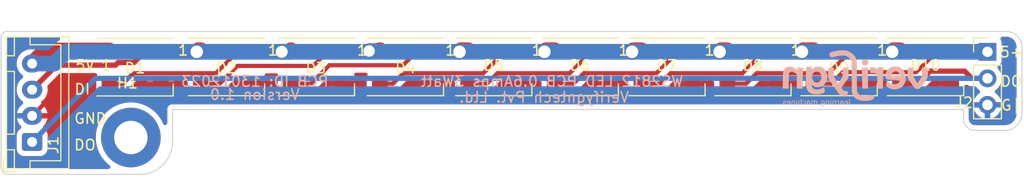
<source format=kicad_pcb>
(kicad_pcb (version 20211014) (generator pcbnew)
  (layers (0 "F.Cu" signal) (31 "B.Cu" signal) (34 "B.Paste" user) (35 "F.Paste" user) (36 "B.SilkS" user "B.Silkscreen") (37 "F.SilkS" user "F.Silkscreen") (38 "B.Mask" user) (39 "F.Mask" user) (44 "Edge.Cuts" user))
  (net 0 "")
  (net 1 "+5V")
  (net 2 "Net-(D1-Pad2)")
  (net 3 "GND")
  (net 4 "DIN")
  (net 5 "Net-(D2-Pad2)")
  (net 6 "Net-(D3-Pad2)")
  (net 7 "Net-(D4-Pad2)")
  (net 8 "Net-(D5-Pad2)")
  (net 9 "Net-(D6-Pad2)")
  (net 10 "Net-(D7-Pad2)")
  (net 11 "Net-(D8-Pad2)")
  (net 12 "Net-(D10-Pad4)")
  (net 13 "DOUT")
  (footprint "LED_SMD:LED_WS2812B_PLCC4_5.0x5.0mm_P3.2mm" (layer "F.Cu") (at 104.95 112.925)
    (fp_text reference "D3" (at -0.048 0.105) (layer "F.SilkS"))
    (fp_text value "WS2812B")
    (fp_text user "1" (at -4.15 -1.6) (layer "F.SilkS"))
    (pad "1" smd rect (at -2.45 -1.6) (size 1.5 1) (layers "F.Cu" "F.Paste" "F.Mask") (net 1 "+5V"))
    (pad "2" smd rect (at -2.45 1.6) (size 1.5 1) (layers "F.Cu" "F.Paste" "F.Mask") (net 6 "Net-(D3-Pad2)"))
    (pad "3" smd rect (at 2.45 1.6) (size 1.5 1) (layers "F.Cu" "F.Paste" "F.Mask") (net 3 "GND"))
    (pad "4" smd rect (at 2.45 -1.6) (size 1.5 1) (layers "F.Cu" "F.Paste" "F.Mask") (net 5 "Net-(D2-Pad2)"))
  )
  (footprint "LED_SMD:LED_WS2812B_PLCC4_5.0x5.0mm_P3.2mm" (layer "F.Cu") (at 121.925 112.925)
    (fp_text reference "D5" (at -0.005 -0.149) (layer "F.SilkS"))
    (fp_text value "WS2812B")
    (fp_text user "1" (at -4.15 -1.6) (layer "F.SilkS"))
    (pad "1" smd rect (at -2.45 -1.6) (size 1.5 1) (layers "F.Cu" "F.Paste" "F.Mask") (net 1 "+5V"))
    (pad "2" smd rect (at -2.45 1.6) (size 1.5 1) (layers "F.Cu" "F.Paste" "F.Mask") (net 8 "Net-(D5-Pad2)"))
    (pad "3" smd rect (at 2.45 1.6) (size 1.5 1) (layers "F.Cu" "F.Paste" "F.Mask") (net 3 "GND"))
    (pad "4" smd rect (at 2.45 -1.6) (size 1.5 1) (layers "F.Cu" "F.Paste" "F.Mask") (net 7 "Net-(D4-Pad2)"))
  )
  (footprint "LED_SMD:LED_WS2812B_PLCC4_5.0x5.0mm_P3.2mm" (layer "F.Cu") (at 130.2 112.925)
    (fp_text reference "D6" (at 0 -0.149) (layer "F.SilkS"))
    (fp_text value "WS2812B")
    (fp_text user "1" (at -4.15 -1.6) (layer "F.SilkS"))
    (pad "1" smd rect (at -2.45 -1.6) (size 1.5 1) (layers "F.Cu" "F.Paste" "F.Mask") (net 1 "+5V"))
    (pad "2" smd rect (at -2.45 1.6) (size 1.5 1) (layers "F.Cu" "F.Paste" "F.Mask") (net 9 "Net-(D6-Pad2)"))
    (pad "3" smd rect (at 2.45 1.6) (size 1.5 1) (layers "F.Cu" "F.Paste" "F.Mask") (net 3 "GND"))
    (pad "4" smd rect (at 2.45 -1.6) (size 1.5 1) (layers "F.Cu" "F.Paste" "F.Mask") (net 8 "Net-(D5-Pad2)"))
  )
  (footprint "Connector_PinHeader_2.54mm:PinHeader_1x03_P2.54mm_Vertical" (layer "F.Cu") (at 169.175 111.475)
    (fp_text reference "J2" (at -2.260397 4.869725) (layer "F.SilkS"))
    (fp_text value "Conn_01x03_Male")
    (pad "1" thru_hole rect (at 0 0) (size 1.7 1.7) (drill 1) (layers *.Cu *.Mask) (net 1 "+5V"))
    (pad "2" thru_hole oval (at 0 2.54) (size 1.7 1.7) (drill 1) (layers *.Cu *.Mask) (net 13 "DOUT"))
    (pad "3" thru_hole oval (at 0 5.08) (size 1.7 1.7) (drill 1) (layers *.Cu *.Mask) (net 3 "GND"))
  )
  (footprint "LED_SMD:LED_WS2812B_PLCC4_5.0x5.0mm_P3.2mm" (layer "F.Cu") (at 163.25 112.925)
    (fp_text reference "D10" (at 0 -0.149) (layer "F.SilkS"))
    (fp_text value "WS2812B")
    (fp_text user "1" (at -4.15 -1.6) (layer "F.SilkS"))
    (pad "1" smd rect (at -2.45 -1.6) (size 1.5 1) (layers "F.Cu" "F.Paste" "F.Mask") (net 1 "+5V"))
    (pad "2" smd rect (at -2.45 1.6) (size 1.5 1) (layers "F.Cu" "F.Paste" "F.Mask") (net 13 "DOUT"))
    (pad "3" smd rect (at 2.45 1.6) (size 1.5 1) (layers "F.Cu" "F.Paste" "F.Mask") (net 3 "GND"))
    (pad "4" smd rect (at 2.45 -1.6) (size 1.5 1) (layers "F.Cu" "F.Paste" "F.Mask") (net 12 "Net-(D10-Pad4)"))
  )
  (footprint "MountingHole:MountingHole_3.2mm_M3_ISO7380_Pad" (layer "F.Cu") (at 87.2 119.675)
    (fp_text reference "H1" (at -0.325 -5.2) (layer "F.SilkS"))
    (fp_text value "MountingHole_Pad")
    (pad "1" thru_hole circle (at 0 0) (size 5.7 5.7) (drill 3.2) (layers *.Cu *.Mask))
  )
  (footprint "Connector_JST:JST_XH_B4B-XH-A_1x04_P2.50mm_Vertical" (layer "F.Cu") (at 77.75 120.1 90)
    (fp_text reference "J1" (at -0.296 2.006 90) (layer "F.SilkS"))
    (fp_text value "Conn_01x04_Female")
    (pad "1" thru_hole roundrect (at 0 0 90) (size 1.7 1.95) (drill 0.95) (layers *.Cu *.Mask) (roundrect_rratio 0.1470588235) (net 13 "DOUT"))
    (pad "2" thru_hole oval (at 2.5 0 90) (size 1.7 1.95) (drill 0.95) (layers *.Cu *.Mask) (net 3 "GND"))
    (pad "3" thru_hole oval (at 5 0 90) (size 1.7 1.95) (drill 0.95) (layers *.Cu *.Mask) (net 4 "DIN"))
    (pad "4" thru_hole oval (at 7.5 0 90) (size 1.7 1.95) (drill 0.95) (layers *.Cu *.Mask) (net 1 "+5V"))
  )
  (footprint "LED_SMD:LED_WS2812B_PLCC4_5.0x5.0mm_P3.2mm" (layer "F.Cu") (at 96.35 112.925)
    (fp_text reference "D2" (at 0 0.105) (layer "F.SilkS"))
    (fp_text value "WS2812B")
    (fp_text user "1" (at -4.15 -1.6) (layer "F.SilkS"))
    (pad "1" smd rect (at -2.45 -1.6) (size 1.5 1) (layers "F.Cu" "F.Paste" "F.Mask") (net 1 "+5V"))
    (pad "2" smd rect (at -2.45 1.6) (size 1.5 1) (layers "F.Cu" "F.Paste" "F.Mask") (net 5 "Net-(D2-Pad2)"))
    (pad "3" smd rect (at 2.45 1.6) (size 1.5 1) (layers "F.Cu" "F.Paste" "F.Mask") (net 3 "GND"))
    (pad "4" smd rect (at 2.45 -1.6) (size 1.5 1) (layers "F.Cu" "F.Paste" "F.Mask") (net 2 "Net-(D1-Pad2)"))
  )
  (footprint "LED_SMD:LED_WS2812B_PLCC4_5.0x5.0mm_P3.2mm" (layer "F.Cu") (at 87.6 112.95)
    (fp_text reference "D1" (at 0 0.08) (layer "F.SilkS"))
    (fp_text value "WS2812B")
    (fp_text user "1" (at -2.764 -0.174) (layer "F.SilkS"))
    (pad "1" smd rect (at -2.45 -1.6) (size 1.5 1) (layers "F.Cu" "F.Paste" "F.Mask") (net 1 "+5V"))
    (pad "2" smd rect (at -2.45 1.6) (size 1.5 1) (layers "F.Cu" "F.Paste" "F.Mask") (net 2 "Net-(D1-Pad2)"))
    (pad "3" smd rect (at 2.45 1.6) (size 1.5 1) (layers "F.Cu" "F.Paste" "F.Mask") (net 3 "GND"))
    (pad "4" smd rect (at 2.45 -1.6) (size 1.5 1) (layers "F.Cu" "F.Paste" "F.Mask") (net 4 "DIN"))
  )
  (footprint "LED_SMD:LED_WS2812B_PLCC4_5.0x5.0mm_P3.2mm" (layer "F.Cu") (at 113.475 112.925)
    (fp_text reference "D4" (at 0 0.105) (layer "F.SilkS"))
    (fp_text value "WS2812B")
    (fp_text user "1" (at -4.15 -1.6) (layer "F.SilkS"))
    (pad "1" smd rect (at -2.45 -1.6) (size 1.5 1) (layers "F.Cu" "F.Paste" "F.Mask") (net 1 "+5V"))
    (pad "2" smd rect (at -2.45 1.6) (size 1.5 1) (layers "F.Cu" "F.Paste" "F.Mask") (net 7 "Net-(D4-Pad2)"))
    (pad "3" smd rect (at 2.45 1.6) (size 1.5 1) (layers "F.Cu" "F.Paste" "F.Mask") (net 3 "GND"))
    (pad "4" smd rect (at 2.45 -1.6) (size 1.5 1) (layers "F.Cu" "F.Paste" "F.Mask") (net 6 "Net-(D3-Pad2)"))
  )
  (footprint "LED_SMD:LED_WS2812B_PLCC4_5.0x5.0mm_P3.2mm" (layer "F.Cu") (at 138.5 112.925)
    (fp_text reference "D7" (at 0 -0.149) (layer "F.SilkS"))
    (fp_text value "WS2812B")
    (fp_text user "1" (at -4.15 -1.6) (layer "F.SilkS"))
    (pad "1" smd rect (at -2.45 -1.6) (size 1.5 1) (layers "F.Cu" "F.Paste" "F.Mask") (net 1 "+5V"))
    (pad "2" smd rect (at -2.45 1.6) (size 1.5 1) (layers "F.Cu" "F.Paste" "F.Mask") (net 10 "Net-(D7-Pad2)"))
    (pad "3" smd rect (at 2.45 1.6) (size 1.5 1) (layers "F.Cu" "F.Paste" "F.Mask") (net 3 "GND"))
    (pad "4" smd rect (at 2.45 -1.6) (size 1.5 1) (layers "F.Cu" "F.Paste" "F.Mask") (net 9 "Net-(D6-Pad2)"))
  )
  (footprint "LED_SMD:LED_WS2812B_PLCC4_5.0x5.0mm_P3.2mm" (layer "F.Cu") (at 146.725 112.925)
    (fp_text reference "D8" (at 0 -0.149) (layer "F.SilkS"))
    (fp_text value "WS2812B")
    (fp_text user "1" (at -4.15 -1.6) (layer "F.SilkS"))
    (pad "1" smd rect (at -2.45 -1.6) (size 1.5 1) (layers "F.Cu" "F.Paste" "F.Mask") (net 1 "+5V"))
    (pad "2" smd rect (at -2.45 1.6) (size 1.5 1) (layers "F.Cu" "F.Paste" "F.Mask") (net 11 "Net-(D8-Pad2)"))
    (pad "3" smd rect (at 2.45 1.6) (size 1.5 1) (layers "F.Cu" "F.Paste" "F.Mask") (net 3 "GND"))
    (pad "4" smd rect (at 2.45 -1.6) (size 1.5 1) (layers "F.Cu" "F.Paste" "F.Mask") (net 10 "Net-(D7-Pad2)"))
  )
  (footprint "LED_SMD:LED_WS2812B_PLCC4_5.0x5.0mm_P3.2mm" (layer "F.Cu") (at 154.975 112.925)
    (fp_text reference "D9" (at -0.035 0.105) (layer "F.SilkS"))
    (fp_text value "WS2812B")
    (fp_text user "1" (at -4.15 -1.6) (layer "F.SilkS"))
    (pad "1" smd rect (at -2.45 -1.6) (size 1.5 1) (layers "F.Cu" "F.Paste" "F.Mask") (net 1 "+5V"))
    (pad "2" smd rect (at -2.45 1.6) (size 1.5 1) (layers "F.Cu" "F.Paste" "F.Mask") (net 12 "Net-(D10-Pad4)"))
    (pad "3" smd rect (at 2.45 1.6) (size 1.5 1) (layers "F.Cu" "F.Paste" "F.Mask") (net 3 "GND"))
    (pad "4" smd rect (at 2.45 -1.6) (size 1.5 1) (layers "F.Cu" "F.Paste" "F.Mask") (net 11 "Net-(D8-Pad2)"))
  )
  (footprint "VerifygnTech-Logo:Verifygn-Logo-Tiny" (layer "B.Cu") (at 156.464 113.792 180)
    (fp_text reference "G2" hide)
    (fp_text value "LOGO" hide)
  )
  (gr_line (start 74.775 110.036) (end 74.775 122.45) (layer "Edge.Cuts") (width 0.1))
  (gr_arc (start 168 119) (mid 167.250315 118.711705) (end 166.878 118) (layer "Edge.Cuts") (width 0.1))
  (gr_line (start 75.5 123.2) (end 88 123.2) (layer "Edge.Cuts") (width 0.1))
  (gr_arc (start 75.5 123.2) (mid 74.970343 122.986585) (end 74.775 122.45) (layer "Edge.Cuts") (width 0.1))
  (gr_arc (start 91.186 120) (mid 90.279587 122.283583) (end 88 123.2) (layer "Edge.Cuts") (width 0.1))
  (gr_arc (start 170.85 109.525) (mid 171.977145 109.912847) (end 172.466 111) (layer "Edge.Cuts") (width 0.1))
  (gr_line (start 91.186 117) (end 91.186 120) (layer "Edge.Cuts") (width 0.1))
  (gr_line (start 91.186 117) (end 166.878 117) (layer "Edge.Cuts") (width 0.1))
  (gr_arc (start 74.775 110.036) (mid 74.956407 109.661119) (end 75.35 109.525) (layer "Edge.Cuts") (width 0.1))
  (gr_line (start 75.35 109.525) (end 170.85 109.525) (layer "Edge.Cuts") (width 0.1))
  (gr_arc (start 172.466 117.348) (mid 172.00014 118.508685) (end 170.85 119) (layer "Edge.Cuts") (width 0.1))
  (gr_line (start 170.85 119) (end 168 119) (layer "Edge.Cuts") (width 0.1))
  (gr_line (start 166.878 118) (end 166.878 117) (layer "Edge.Cuts") (width 0.1))
  (gr_line (start 172.466 111) (end 172.466 117.348) (layer "Edge.Cuts") (width 0.1))
  (gr_text "PCB ID: 13012023" (at 99.06 114.3) (layer "B.SilkS") (effects (font (size 1 1)) (justify mirror)))
  (gr_text "Verifygntech Pvt. Ltd." (at 126.746 115.824) (layer "B.SilkS") (effects (font (size 1 1)) (justify mirror)))
  (gr_text "Version 1.0" (at 99.06 115.57) (layer "B.SilkS") (effects (font (size 1 1)) (justify mirror)))
  (gr_text "WS2812 LED PCB 0.6Amps 3Watt\n" (at 127.508 114.3) (layer "B.SilkS") (effects (font (size 1 1)) (justify mirror)))
  (gr_text "5+" (at 171.45 111.506) (layer "F.SilkS") (effects (font (size 1 1))))
  (gr_text "DI" (at 82.55 115.062) (layer "F.SilkS") (effects (font (size 1 1))))
  (gr_text "G|" (at 171.45 116.586) (layer "F.SilkS") (effects (font (size 1 1))))
  (gr_text "DO" (at 82.804 120.396) (layer "F.SilkS") (effects (font (size 1 1))))
  (gr_text "GND" (at 83.312 117.856) (layer "F.SilkS") (effects (font (size 1 1))))
  (gr_text "DO" (at 171.45 114.3) (layer "F.SilkS") (effects (font (size 1 1))))
  (gr_text "5V" (at 82.804 112.776) (layer "F.SilkS") (effects (font (size 1 1))))
  (segment (start 110.9377 111.4123) (end 110.013 111.4123) (width 1.5) (layer "F.Cu") (net 1))
  (segment (start 144.275 111.325) (end 143.691 111.325) (width 1.5) (layer "F.Cu") (net 1))
  (segment (start 152.525 111.325) (end 151.565 111.325) (width 1.5) (layer "F.Cu") (net 1))
  (segment (start 126.927 111.325) (end 126.777 111.475) (width 1.5) (layer "F.Cu") (net 1))
  (segment (start 136.05 111.325) (end 135.309 111.325) (width 1.5) (layer "F.Cu") (net 1))
  (segment (start 119.475 111.325) (end 118.799 111.325) (width 1.5) (layer "F.Cu") (net 1))
  (segment (start 102.3507 111.4743) (end 101.631 111.4743) (width 1.5) (layer "F.Cu") (net 1))
  (segment (start 135.309 111.325) (end 135.159 111.475) (width 1.5) (layer "F.Cu") (net 1))
  (segment (start 77.75 112.6) (end 79 111.35) (width 1.5) (layer "F.Cu") (net 1))
  (segment (start 151.565 111.325) (end 151.415 111.475) (width 1.5) (layer "F.Cu") (net 1))
  (segment (start 160.8 111.325) (end 160.201 111.325) (width 1.5) (layer "F.Cu") (net 1))
  (segment (start 102.5 111.325) (end 102.3507 111.4743) (width 1.5) (layer "F.Cu") (net 1))
  (segment (start 143.691 111.325) (end 143.541 111.475) (width 1.5) (layer "F.Cu") (net 1))
  (segment (start 127.75 111.325) (end 126.927 111.325) (width 1.5) (layer "F.Cu") (net 1))
  (segment (start 118.799 111.325) (end 118.649 111.475) (width 1.5) (layer "F.Cu") (net 1))
  (segment (start 160.201 111.325) (end 160.051 111.475) (width 1.5) (layer "F.Cu") (net 1))
  (segment (start 93.9 111.325) (end 93.653 111.325) (width 1.5) (layer "F.Cu") (net 1))
  (segment (start 79 111.35) (end 85.15 111.35) (width 1.5) (layer "F.Cu") (net 1))
  (segment (start 111.025 111.325) (end 110.9377 111.4123) (width 1.5) (layer "F.Cu") (net 1))
  (segment (start 93.653 111.325) (end 93.503 111.475) (width 1.5) (layer "F.Cu") (net 1))
  (via (at 126.777 111.475) (size 1.5) (drill 1.2) (layers "F.Cu" "B.Cu") (net 1))
  (via (at 143.541 111.475) (size 1.5) (drill 1.2) (layers "F.Cu" "B.Cu") (net 1))
  (via (at 110 111.4) (size 1.3) (drill 1.1) (layers "F.Cu" "B.Cu") (net 1))
  (via (at 93.503 111.475) (size 1.5) (drill 1.2) (layers "F.Cu" "B.Cu") (net 1))
  (via (at 160.051 111.475) (size 1.5) (drill 1.2) (layers "F.Cu" "B.Cu") (net 1))
  (via (at 101.631 111.475) (size 1.4) (drill 1.15) (layers "F.Cu" "B.Cu") (net 1))
  (via (at 135.159 111.475) (size 1.5) (drill 1.2) (layers "F.Cu" "B.Cu") (net 1))
  (via (at 118.649 111.475) (size 1.5) (drill 1.2) (layers "F.Cu" "B.Cu") (net 1))
  (via (at 151.415 111.475) (size 1.5) (drill 1.2) (layers "F.Cu" "B.Cu") (net 1))
  (segment (start 101.631 111.475) (end 93.503 111.475) (width 1.5) (layer "B.Cu") (net 1))
  (segment (start 169.175 111.475) (end 160.051 111.475) (width 1.5) (layer "B.Cu") (net 1))
  (segment (start 151.415 111.475) (end 143.541 111.475) (width 1.5) (layer "B.Cu") (net 1))
  (segment (start 135.159 111.475) (end 126.777 111.475) (width 1.5) (layer "B.Cu") (net 1))
  (segment (start 81.0003 111.475) (end 79.8753 112.6) (width 1.5) (layer "B.Cu") (net 1))
  (segment (start 77.75 112.6) (end 79.8753 112.6) (width 1.5) (layer "B.Cu") (net 1))
  (segment (start 93.503 111.475) (end 81.0003 111.475) (width 1.5) (layer "B.Cu") (net 1))
  (segment (start 143.541 111.475) (end 135.159 111.475) (width 1.5) (layer "B.Cu") (net 1))
  (segment (start 160.051 111.475) (end 151.415 111.475) (width 1.5) (layer "B.Cu") (net 1))
  (segment (start 110.013 111.475) (end 101.631 111.475) (width 1.5) (layer "B.Cu") (net 1))
  (segment (start 126.777 111.475) (end 118.649 111.475) (width 1.5) (layer "B.Cu") (net 1))
  (segment (start 118.649 111.475) (end 110.013 111.475) (width 1.5) (layer "B.Cu") (net 1))
  (segment (start 87.4257 113.5246) (end 86.4003 114.55) (width 0.4) (layer "F.Cu") (net 2))
  (segment (start 97.5497 111.325) (end 95.3501 113.5246) (width 0.4) (layer "F.Cu") (net 2))
  (segment (start 85.15 114.55) (end 86.4003 114.55) (width 0.4) (layer "F.Cu") (net 2))
  (segment (start 95.3501 113.5246) (end 87.4257 113.5246) (width 0.4) (layer "F.Cu") (net 2))
  (segment (start 98.8 111.325) (end 97.5497 111.325) (width 0.4) (layer "F.Cu") (net 2))
  (segment (start 140.95 114.525) (end 139.6997 114.525) (width 0.4) (layer "F.Cu") (net 3))
  (segment (start 117.1753 114.525) (end 118.1756 115.5253) (width 0.4) (layer "F.Cu") (net 3))
  (segment (start 88.7748 115.5503) (end 79.7997 115.5503) (width 0.4) (layer "F.Cu") (net 3))
  (segment (start 157.3311 115.6814) (end 164.4497 115.6814) (width 0.4) (layer "F.Cu") (net 3))
  (segment (start 139.6997 115.5253) (end 139.6997 114.525) (width 0.4) (layer "F.Cu") (net 3))
  (segment (start 123.1247 115.5253) (end 123.1247 114.525) (width 0.4) (layer "F.Cu") (net 3))
  (segment (start 155.1744 115.5253) (end 156.1747 114.525) (width 0.4) (layer "F.Cu") (net 3))
  (segment (start 98.8 114.525) (end 97.5497 114.525) (width 0.4) (layer "F.Cu") (net 3))
  (segment (start 156.1747 114.525) (end 157.3311 115.6814) (width 0.4) (layer "F.Cu") (net 3))
  (segment (start 88.7997 115.5254) (end 88.7748 115.5503) (width 0.4) (layer "F.Cu") (net 3))
  (segment (start 147.9247 115.5253) (end 147.9247 114.525) (width 0.4) (layer "F.Cu") (net 3))
  (segment (start 79.7997 115.5503) (end 77.75 117.6) (width 0.4) (layer "F.Cu") (net 3))
  (segment (start 109.6506 115.5253) (end 116.175 115.5253) (width 0.4) (layer "F.Cu") (net 3))
  (segment (start 115.925 114.525) (end 117.1753 114.525) (width 0.4) (layer "F.Cu") (net 3))
  (segment (start 107.6499 115.5254) (end 108.6503 114.525) (width 0.4) (layer "F.Cu") (net 3))
  (segment (start 97.5497 114.525) (end 96.5493 115.5254) (width 0.4) (layer "F.Cu") (net 3))
  (segment (start 96.5493 115.5254) (end 107.6499 115.5254) (width 0.4) (layer "F.Cu") (net 3))
  (segment (start 147.9247 115.5253) (end 155.1744 115.5253) (width 0.4) (layer "F.Cu") (net 3))
  (segment (start 164.4497 114.525) (end 164.4497 115.6814) (width 0.4) (layer "F.Cu") (net 3))
  (segment (start 165.7 114.525) (end 164.4497 114.525) (width 0.4) (layer "F.Cu") (net 3))
  (segment (start 124.375 114.525) (end 123.1247 114.525) (width 0.4) (layer "F.Cu") (net 3))
  (segment (start 108.6503 114.525) (end 109.6506 115.5253) (width 0.4) (layer "F.Cu") (net 3))
  (segment (start 164.4497 115.6814) (end 166.9511 115.6814) (width 0.4) (layer "F.Cu") (net 3))
  (segment (start 118.1756 115.5253) (end 123.1247 115.5253) (width 0.4) (layer "F.Cu") (net 3))
  (segment (start 123.1247 115.5253) (end 131.3997 115.5253) (width 0.4) (layer "F.Cu") (net 3))
  (segment (start 88.7997 115.5254) (end 96.5493 115.5254) (width 0.4) (layer "F.Cu") (net 3))
  (segment (start 90.05 114.55) (end 88.7997 114.55) (width 0.4) (layer "F.Cu") (net 3))
  (segment (start 139.6997 115.5253) (end 147.9247 115.5253) (width 0.4) (layer "F.Cu") (net 3))
  (segment (start 132.65 114.525) (end 131.3997 114.525) (width 0.4) (layer "F.Cu") (net 3))
  (segment (start 166.9511 115.6814) (end 167.8247 116.555) (width 0.4) (layer "F.Cu") (net 3))
  (segment (start 149.175 114.525) (end 147.9247 114.525) (width 0.4) (layer "F.Cu") (net 3))
  (segment (start 131.3997 115.5253) (end 139.6997 115.5253) (width 0.4) (layer "F.Cu") (net 3))
  (segment (start 88.7997 114.55) (end 88.7997 115.5254) (width 0.4) (layer "F.Cu") (net 3))
  (segment (start 116.175 115.5253) (end 117.1753 114.525) (width 0.4) (layer "F.Cu") (net 3))
  (segment (start 131.3997 115.5253) (end 131.3997 114.525) (width 0.4) (layer "F.Cu") (net 3))
  (segment (start 107.4 114.525) (end 108.6503 114.525) (width 0.4) (layer "F.Cu") (net 3))
  (segment (start 157.425 114.525) (end 156.1747 114.525) (width 0.4) (layer "F.Cu") (net 3))
  (segment (start 169.175 116.555) (end 167.8247 116.555) (width 0.4) (layer "F.Cu") (net 3))
  (segment (start 90.05 111.35) (end 88.6497 111.35) (width 0.5) (layer "F.Cu") (net 4))
  (segment (start 77.75 115.1) (end 80.0997 112.7503) (width 0.5) (layer "F.Cu") (net 4))
  (segment (start 85.7301 112.7503) (end 85.9801 112.5003) (width 0.5) (layer "F.Cu") (net 4))
  (segment (start 87.4994 112.5003) (end 88.6497 111.35) (width 0.5) (layer "F.Cu") (net 4))
  (segment (start 85.9801 112.5003) (end 87.4994 112.5003) (width 0.5) (layer "F.Cu") (net 4))
  (segment (start 80.0997 112.7503) (end 85.7301 112.7503) (width 0.5) (layer "F.Cu") (net 4))
  (segment (start 97.3977 112.8243) (end 95.697 114.525) (width 0.4) (layer "F.Cu") (net 5))
  (segment (start 106.1497 111.325) (end 104.6504 112.8243) (width 0.4) (layer "F.Cu") (net 5))
  (segment (start 95.697 114.525) (end 93.9 114.525) (width 0.4) (layer "F.Cu") (net 5))
  (segment (start 104.6504 112.8243) (end 97.3977 112.8243) (width 0.4) (layer "F.Cu") (net 5))
  (segment (start 107.4 111.325) (end 106.1497 111.325) (width 0.4) (layer "F.Cu") (net 5))
  (segment (start 102.5 114.525) (end 104.4394 114.525) (width 0.4) (layer "F.Cu") (net 6))
  (segment (start 115.925 111.325) (end 114.6747 111.325) (width 0.4) (layer "F.Cu") (net 6))
  (segment (start 104.4394 114.525) (end 106.2021 112.7623) (width 0.4) (layer "F.Cu") (net 6))
  (segment (start 106.2021 112.7623) (end 113.2374 112.7623) (width 0.4) (layer "F.Cu") (net 6))
  (segment (start 113.2374 112.7623) (end 114.6747 111.325) (width 0.4) (layer "F.Cu") (net 6))
  (segment (start 112.2753 114.525) (end 113.2756 113.5247) (width 0.4) (layer "F.Cu") (net 7))
  (segment (start 113.2756 113.5247) (end 120.925 113.5247) (width 0.4) (layer "F.Cu") (net 7))
  (segment (start 111.025 114.525) (end 112.2753 114.525) (width 0.4) (layer "F.Cu") (net 7))
  (segment (start 124.375 111.325) (end 123.1247 111.325) (width 0.4) (layer "F.Cu") (net 7))
  (segment (start 120.925 113.5247) (end 123.1247 111.325) (width 0.4) (layer "F.Cu") (net 7))
  (segment (start 132.65 111.325) (end 131.3997 111.325) (width 0.4) (layer "F.Cu") (net 8))
  (segment (start 122.2724 113.5246) (end 129.2001 113.5246) (width 0.4) (layer "F.Cu") (net 8))
  (segment (start 119.475 114.525) (end 121.272 114.525) (width 0.4) (layer "F.Cu") (net 8))
  (segment (start 121.272 114.525) (end 122.2724 113.5246) (width 0.4) (layer "F.Cu") (net 8))
  (segment (start 129.2001 113.5246) (end 131.3997 111.325) (width 0.4) (layer "F.Cu") (net 8))
  (segment (start 130.5474 113.5246) (end 137.5001 113.5246) (width 0.4) (layer "F.Cu") (net 9))
  (segment (start 127.75 114.525) (end 129.547 114.525) (width 0.4) (layer "F.Cu") (net 9))
  (segment (start 137.5001 113.5246) (end 139.6997 111.325) (width 0.4) (layer "F.Cu") (net 9))
  (segment (start 129.547 114.525) (end 130.5474 113.5246) (width 0.4) (layer "F.Cu") (net 9))
  (segment (start 140.95 111.325) (end 139.6997 111.325) (width 0.4) (layer "F.Cu") (net 9))
  (segment (start 138.8474 113.5246) (end 145.7251 113.5246) (width 0.4) (layer "F.Cu") (net 10))
  (segment (start 137.847 114.525) (end 138.8474 113.5246) (width 0.4) (layer "F.Cu") (net 10))
  (segment (start 145.7251 113.5246) (end 147.9247 111.325) (width 0.4) (layer "F.Cu") (net 10))
  (segment (start 136.05 114.525) (end 137.847 114.525) (width 0.4) (layer "F.Cu") (net 10))
  (segment (start 149.175 111.325) (end 147.9247 111.325) (width 0.4) (layer "F.Cu") (net 10))
  (segment (start 153.9751 113.5246) (end 156.1747 111.325) (width 0.4) (layer "F.Cu") (net 11))
  (segment (start 157.425 111.325) (end 156.1747 111.325) (width 0.4) (layer "F.Cu") (net 11))
  (segment (start 147.0724 113.5246) (end 153.9751 113.5246) (width 0.4) (layer "F.Cu") (net 11))
  (segment (start 144.275 114.525) (end 146.072 114.525) (width 0.4) (layer "F.Cu") (net 11))
  (segment (start 146.072 114.525) (end 147.0724 113.5246) (width 0.4) (layer "F.Cu") (net 11))
  (segment (start 154.222 114.525) (end 152.525 114.525) (width 0.4) (layer "F.Cu") (net 12))
  (segment (start 162.3501 113.4246) (end 155.3224 113.4246) (width 0.4) (layer "F.Cu") (net 12))
  (segment (start 155.3224 113.4246) (end 154.222 114.525) (width 0.4) (layer "F.Cu") (net 12))
  (segment (start 164.4497 111.325) (end 162.3501 113.4246) (width 0.4) (layer "F.Cu") (net 12))
  (segment (start 165.7 111.325) (end 164.4497 111.325) (width 0.4) (layer "F.Cu") (net 12))
  (segment (start 166.9855 113.3258) (end 167.6747 114.015) (width 0.5) (layer "F.Cu") (net 13))
  (segment (start 160.8 114.525) (end 162.4823 114.525) (width 0.5) (layer "F.Cu") (net 13))
  (segment (start 169.175 114.015) (end 167.6747 114.015) (width 0.5) (layer "F.Cu") (net 13))
  (segment (start 162.4823 114.525) (end 163.6815 113.3258) (width 0.5) (layer "F.Cu") (net 13))
  (segment (start 163.6815 113.3258) (end 166.9855 113.3258) (width 0.5) (layer "F.Cu") (net 13))
  (segment (start 77.75 120.1) (end 83.835 114.015) (width 0.5) (layer "B.Cu") (net 13))
  (segment (start 83.835 114.015) (end 169.175 114.015) (width 0.5) (layer "B.Cu") (net 13))
  (zone (net 3) (net_name "GND") (layers F&B.Cu) (name "gnd") (connect_pads (clearance 0.508)) (min_thickness 0.4) (fill yes (thermal_gap 0.508) (thermal_bridge_width 0.508))
    (polygon (pts (xy 172.466 119.126) (xy 91.186 119.126) (xy 91.186 123.19) (xy 74.676 123.19) (xy 74.676 109.474) (xy 172.466 109.474)))
  )
)
</source>
